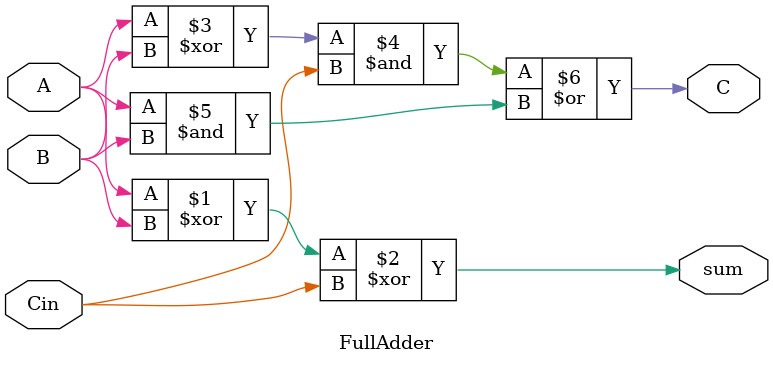
<source format=v>
module FullAdder(A,B,Cin,sum,C);                                                                            
input A,B,Cin;
output sum,C;

assign sum = A ^ B ^ Cin;
assign C = ((A ^ B)&Cin) | (A&B);
	
endmodule

</source>
